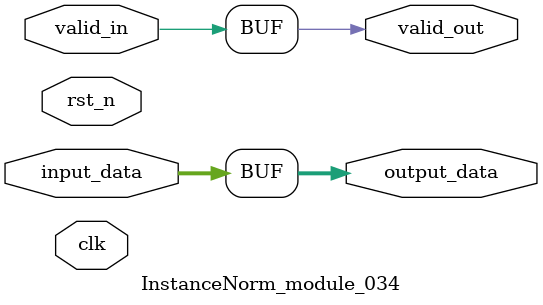
<source format=v>

module InstanceNorm_module_034 (
    input clk,
    input rst_n,
    input valid_in,
    output valid_out,
    // Add specific ports based on operator type
    input [31:0] input_data,
    output [31:0] output_data
);

    // Module implementation would go here
    // This is a template - actual implementation depends on the operator
    
        // Generic operator implementation
    assign output_data = input_data; // Placeholder
    assign valid_out = valid_in;

endmodule

</source>
